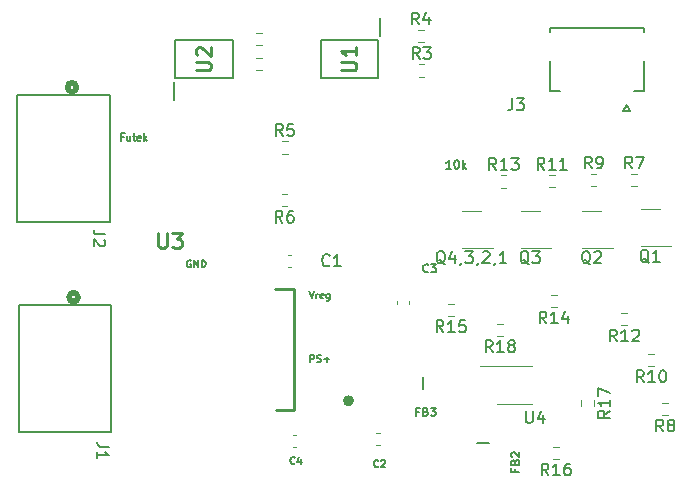
<source format=gto>
%TF.GenerationSoftware,KiCad,Pcbnew,7.0.10*%
%TF.CreationDate,2024-04-30T20:07:41-04:00*%
%TF.ProjectId,FutekCircuit,46757465-6b43-4697-9263-7569742e6b69,rev?*%
%TF.SameCoordinates,Original*%
%TF.FileFunction,Legend,Top*%
%TF.FilePolarity,Positive*%
%FSLAX46Y46*%
G04 Gerber Fmt 4.6, Leading zero omitted, Abs format (unit mm)*
G04 Created by KiCad (PCBNEW 7.0.10) date 2024-04-30 20:07:41*
%MOMM*%
%LPD*%
G01*
G04 APERTURE LIST*
%ADD10C,0.140000*%
%ADD11C,0.127000*%
%ADD12C,0.150000*%
%ADD13C,0.254000*%
%ADD14C,0.120000*%
%ADD15C,0.500000*%
%ADD16C,0.152400*%
%ADD17C,0.508000*%
%ADD18C,0.200000*%
G04 APERTURE END LIST*
D10*
X197661171Y-96919186D02*
X197627838Y-96952520D01*
X197627838Y-96952520D02*
X197527838Y-96985853D01*
X197527838Y-96985853D02*
X197461171Y-96985853D01*
X197461171Y-96985853D02*
X197361171Y-96952520D01*
X197361171Y-96952520D02*
X197294505Y-96885853D01*
X197294505Y-96885853D02*
X197261171Y-96819186D01*
X197261171Y-96819186D02*
X197227838Y-96685853D01*
X197227838Y-96685853D02*
X197227838Y-96585853D01*
X197227838Y-96585853D02*
X197261171Y-96452520D01*
X197261171Y-96452520D02*
X197294505Y-96385853D01*
X197294505Y-96385853D02*
X197361171Y-96319186D01*
X197361171Y-96319186D02*
X197461171Y-96285853D01*
X197461171Y-96285853D02*
X197527838Y-96285853D01*
X197527838Y-96285853D02*
X197627838Y-96319186D01*
X197627838Y-96319186D02*
X197661171Y-96352520D01*
X197894505Y-96285853D02*
X198327838Y-96285853D01*
X198327838Y-96285853D02*
X198094505Y-96552520D01*
X198094505Y-96552520D02*
X198194505Y-96552520D01*
X198194505Y-96552520D02*
X198261171Y-96585853D01*
X198261171Y-96585853D02*
X198294505Y-96619186D01*
X198294505Y-96619186D02*
X198327838Y-96685853D01*
X198327838Y-96685853D02*
X198327838Y-96852520D01*
X198327838Y-96852520D02*
X198294505Y-96919186D01*
X198294505Y-96919186D02*
X198261171Y-96952520D01*
X198261171Y-96952520D02*
X198194505Y-96985853D01*
X198194505Y-96985853D02*
X197994505Y-96985853D01*
X197994505Y-96985853D02*
X197927838Y-96952520D01*
X197927838Y-96952520D02*
X197894505Y-96919186D01*
D11*
X187592694Y-98583167D02*
X187792694Y-99183167D01*
X187792694Y-99183167D02*
X187992694Y-98583167D01*
X188192695Y-99183167D02*
X188192695Y-98783167D01*
X188192695Y-98897453D02*
X188221266Y-98840310D01*
X188221266Y-98840310D02*
X188249838Y-98811738D01*
X188249838Y-98811738D02*
X188306980Y-98783167D01*
X188306980Y-98783167D02*
X188364123Y-98783167D01*
X188792695Y-99154596D02*
X188735552Y-99183167D01*
X188735552Y-99183167D02*
X188621267Y-99183167D01*
X188621267Y-99183167D02*
X188564124Y-99154596D01*
X188564124Y-99154596D02*
X188535552Y-99097453D01*
X188535552Y-99097453D02*
X188535552Y-98868881D01*
X188535552Y-98868881D02*
X188564124Y-98811738D01*
X188564124Y-98811738D02*
X188621267Y-98783167D01*
X188621267Y-98783167D02*
X188735552Y-98783167D01*
X188735552Y-98783167D02*
X188792695Y-98811738D01*
X188792695Y-98811738D02*
X188821267Y-98868881D01*
X188821267Y-98868881D02*
X188821267Y-98926024D01*
X188821267Y-98926024D02*
X188535552Y-98983167D01*
X189335553Y-98783167D02*
X189335553Y-99268881D01*
X189335553Y-99268881D02*
X189306981Y-99326024D01*
X189306981Y-99326024D02*
X189278410Y-99354596D01*
X189278410Y-99354596D02*
X189221267Y-99383167D01*
X189221267Y-99383167D02*
X189135553Y-99383167D01*
X189135553Y-99383167D02*
X189078410Y-99354596D01*
X189335553Y-99154596D02*
X189278410Y-99183167D01*
X189278410Y-99183167D02*
X189164124Y-99183167D01*
X189164124Y-99183167D02*
X189106981Y-99154596D01*
X189106981Y-99154596D02*
X189078410Y-99126024D01*
X189078410Y-99126024D02*
X189049838Y-99068881D01*
X189049838Y-99068881D02*
X189049838Y-98897453D01*
X189049838Y-98897453D02*
X189078410Y-98840310D01*
X189078410Y-98840310D02*
X189106981Y-98811738D01*
X189106981Y-98811738D02*
X189164124Y-98783167D01*
X189164124Y-98783167D02*
X189278410Y-98783167D01*
X189278410Y-98783167D02*
X189335553Y-98811738D01*
D10*
X199609038Y-88197453D02*
X199209038Y-88197453D01*
X199409038Y-88197453D02*
X199409038Y-87497453D01*
X199409038Y-87497453D02*
X199342371Y-87597453D01*
X199342371Y-87597453D02*
X199275705Y-87664120D01*
X199275705Y-87664120D02*
X199209038Y-87697453D01*
X200042372Y-87497453D02*
X200109038Y-87497453D01*
X200109038Y-87497453D02*
X200175705Y-87530786D01*
X200175705Y-87530786D02*
X200209038Y-87564120D01*
X200209038Y-87564120D02*
X200242372Y-87630786D01*
X200242372Y-87630786D02*
X200275705Y-87764120D01*
X200275705Y-87764120D02*
X200275705Y-87930786D01*
X200275705Y-87930786D02*
X200242372Y-88064120D01*
X200242372Y-88064120D02*
X200209038Y-88130786D01*
X200209038Y-88130786D02*
X200175705Y-88164120D01*
X200175705Y-88164120D02*
X200109038Y-88197453D01*
X200109038Y-88197453D02*
X200042372Y-88197453D01*
X200042372Y-88197453D02*
X199975705Y-88164120D01*
X199975705Y-88164120D02*
X199942372Y-88130786D01*
X199942372Y-88130786D02*
X199909038Y-88064120D01*
X199909038Y-88064120D02*
X199875705Y-87930786D01*
X199875705Y-87930786D02*
X199875705Y-87764120D01*
X199875705Y-87764120D02*
X199909038Y-87630786D01*
X199909038Y-87630786D02*
X199942372Y-87564120D01*
X199942372Y-87564120D02*
X199975705Y-87530786D01*
X199975705Y-87530786D02*
X200042372Y-87497453D01*
X200575705Y-88197453D02*
X200575705Y-87497453D01*
X200642372Y-87930786D02*
X200842372Y-88197453D01*
X200842372Y-87730786D02*
X200575705Y-87997453D01*
D11*
X186370266Y-113146824D02*
X186341694Y-113175396D01*
X186341694Y-113175396D02*
X186255980Y-113203967D01*
X186255980Y-113203967D02*
X186198837Y-113203967D01*
X186198837Y-113203967D02*
X186113123Y-113175396D01*
X186113123Y-113175396D02*
X186055980Y-113118253D01*
X186055980Y-113118253D02*
X186027409Y-113061110D01*
X186027409Y-113061110D02*
X185998837Y-112946824D01*
X185998837Y-112946824D02*
X185998837Y-112861110D01*
X185998837Y-112861110D02*
X186027409Y-112746824D01*
X186027409Y-112746824D02*
X186055980Y-112689681D01*
X186055980Y-112689681D02*
X186113123Y-112632538D01*
X186113123Y-112632538D02*
X186198837Y-112603967D01*
X186198837Y-112603967D02*
X186255980Y-112603967D01*
X186255980Y-112603967D02*
X186341694Y-112632538D01*
X186341694Y-112632538D02*
X186370266Y-112661110D01*
X186884552Y-112803967D02*
X186884552Y-113203967D01*
X186741694Y-112575396D02*
X186598837Y-113003967D01*
X186598837Y-113003967D02*
X186970266Y-113003967D01*
X193456866Y-113400824D02*
X193428294Y-113429396D01*
X193428294Y-113429396D02*
X193342580Y-113457967D01*
X193342580Y-113457967D02*
X193285437Y-113457967D01*
X193285437Y-113457967D02*
X193199723Y-113429396D01*
X193199723Y-113429396D02*
X193142580Y-113372253D01*
X193142580Y-113372253D02*
X193114009Y-113315110D01*
X193114009Y-113315110D02*
X193085437Y-113200824D01*
X193085437Y-113200824D02*
X193085437Y-113115110D01*
X193085437Y-113115110D02*
X193114009Y-113000824D01*
X193114009Y-113000824D02*
X193142580Y-112943681D01*
X193142580Y-112943681D02*
X193199723Y-112886538D01*
X193199723Y-112886538D02*
X193285437Y-112857967D01*
X193285437Y-112857967D02*
X193342580Y-112857967D01*
X193342580Y-112857967D02*
X193428294Y-112886538D01*
X193428294Y-112886538D02*
X193456866Y-112915110D01*
X193685437Y-112915110D02*
X193714009Y-112886538D01*
X193714009Y-112886538D02*
X193771152Y-112857967D01*
X193771152Y-112857967D02*
X193914009Y-112857967D01*
X193914009Y-112857967D02*
X193971152Y-112886538D01*
X193971152Y-112886538D02*
X193999723Y-112915110D01*
X193999723Y-112915110D02*
X194028294Y-112972253D01*
X194028294Y-112972253D02*
X194028294Y-113029396D01*
X194028294Y-113029396D02*
X193999723Y-113115110D01*
X193999723Y-113115110D02*
X193656866Y-113457967D01*
X193656866Y-113457967D02*
X194028294Y-113457967D01*
X177578694Y-95995538D02*
X177521552Y-95966967D01*
X177521552Y-95966967D02*
X177435837Y-95966967D01*
X177435837Y-95966967D02*
X177350123Y-95995538D01*
X177350123Y-95995538D02*
X177292980Y-96052681D01*
X177292980Y-96052681D02*
X177264409Y-96109824D01*
X177264409Y-96109824D02*
X177235837Y-96224110D01*
X177235837Y-96224110D02*
X177235837Y-96309824D01*
X177235837Y-96309824D02*
X177264409Y-96424110D01*
X177264409Y-96424110D02*
X177292980Y-96481253D01*
X177292980Y-96481253D02*
X177350123Y-96538396D01*
X177350123Y-96538396D02*
X177435837Y-96566967D01*
X177435837Y-96566967D02*
X177492980Y-96566967D01*
X177492980Y-96566967D02*
X177578694Y-96538396D01*
X177578694Y-96538396D02*
X177607266Y-96509824D01*
X177607266Y-96509824D02*
X177607266Y-96309824D01*
X177607266Y-96309824D02*
X177492980Y-96309824D01*
X177864409Y-96566967D02*
X177864409Y-95966967D01*
X177864409Y-95966967D02*
X178207266Y-96566967D01*
X178207266Y-96566967D02*
X178207266Y-95966967D01*
X178492980Y-96566967D02*
X178492980Y-95966967D01*
X178492980Y-95966967D02*
X178635837Y-95966967D01*
X178635837Y-95966967D02*
X178721551Y-95995538D01*
X178721551Y-95995538D02*
X178778694Y-96052681D01*
X178778694Y-96052681D02*
X178807265Y-96109824D01*
X178807265Y-96109824D02*
X178835837Y-96224110D01*
X178835837Y-96224110D02*
X178835837Y-96309824D01*
X178835837Y-96309824D02*
X178807265Y-96424110D01*
X178807265Y-96424110D02*
X178778694Y-96481253D01*
X178778694Y-96481253D02*
X178721551Y-96538396D01*
X178721551Y-96538396D02*
X178635837Y-96566967D01*
X178635837Y-96566967D02*
X178492980Y-96566967D01*
X171876409Y-85508481D02*
X171676409Y-85508481D01*
X171676409Y-85822767D02*
X171676409Y-85222767D01*
X171676409Y-85222767D02*
X171962123Y-85222767D01*
X172447838Y-85422767D02*
X172447838Y-85822767D01*
X172190695Y-85422767D02*
X172190695Y-85737053D01*
X172190695Y-85737053D02*
X172219266Y-85794196D01*
X172219266Y-85794196D02*
X172276409Y-85822767D01*
X172276409Y-85822767D02*
X172362123Y-85822767D01*
X172362123Y-85822767D02*
X172419266Y-85794196D01*
X172419266Y-85794196D02*
X172447838Y-85765624D01*
X172647837Y-85422767D02*
X172876409Y-85422767D01*
X172733552Y-85222767D02*
X172733552Y-85737053D01*
X172733552Y-85737053D02*
X172762123Y-85794196D01*
X172762123Y-85794196D02*
X172819266Y-85822767D01*
X172819266Y-85822767D02*
X172876409Y-85822767D01*
X173304980Y-85794196D02*
X173247837Y-85822767D01*
X173247837Y-85822767D02*
X173133552Y-85822767D01*
X173133552Y-85822767D02*
X173076409Y-85794196D01*
X173076409Y-85794196D02*
X173047837Y-85737053D01*
X173047837Y-85737053D02*
X173047837Y-85508481D01*
X173047837Y-85508481D02*
X173076409Y-85451338D01*
X173076409Y-85451338D02*
X173133552Y-85422767D01*
X173133552Y-85422767D02*
X173247837Y-85422767D01*
X173247837Y-85422767D02*
X173304980Y-85451338D01*
X173304980Y-85451338D02*
X173333552Y-85508481D01*
X173333552Y-85508481D02*
X173333552Y-85565624D01*
X173333552Y-85565624D02*
X173047837Y-85622767D01*
X173590695Y-85822767D02*
X173590695Y-85222767D01*
X173647838Y-85594196D02*
X173819266Y-85822767D01*
X173819266Y-85422767D02*
X173590695Y-85651338D01*
X187678409Y-104567967D02*
X187678409Y-103967967D01*
X187678409Y-103967967D02*
X187906980Y-103967967D01*
X187906980Y-103967967D02*
X187964123Y-103996538D01*
X187964123Y-103996538D02*
X187992694Y-104025110D01*
X187992694Y-104025110D02*
X188021266Y-104082253D01*
X188021266Y-104082253D02*
X188021266Y-104167967D01*
X188021266Y-104167967D02*
X187992694Y-104225110D01*
X187992694Y-104225110D02*
X187964123Y-104253681D01*
X187964123Y-104253681D02*
X187906980Y-104282253D01*
X187906980Y-104282253D02*
X187678409Y-104282253D01*
X188249837Y-104539396D02*
X188335552Y-104567967D01*
X188335552Y-104567967D02*
X188478409Y-104567967D01*
X188478409Y-104567967D02*
X188535552Y-104539396D01*
X188535552Y-104539396D02*
X188564123Y-104510824D01*
X188564123Y-104510824D02*
X188592694Y-104453681D01*
X188592694Y-104453681D02*
X188592694Y-104396538D01*
X188592694Y-104396538D02*
X188564123Y-104339396D01*
X188564123Y-104339396D02*
X188535552Y-104310824D01*
X188535552Y-104310824D02*
X188478409Y-104282253D01*
X188478409Y-104282253D02*
X188364123Y-104253681D01*
X188364123Y-104253681D02*
X188306980Y-104225110D01*
X188306980Y-104225110D02*
X188278409Y-104196538D01*
X188278409Y-104196538D02*
X188249837Y-104139396D01*
X188249837Y-104139396D02*
X188249837Y-104082253D01*
X188249837Y-104082253D02*
X188278409Y-104025110D01*
X188278409Y-104025110D02*
X188306980Y-103996538D01*
X188306980Y-103996538D02*
X188364123Y-103967967D01*
X188364123Y-103967967D02*
X188506980Y-103967967D01*
X188506980Y-103967967D02*
X188592694Y-103996538D01*
X188849838Y-104339396D02*
X189306981Y-104339396D01*
X189078409Y-104567967D02*
X189078409Y-104110824D01*
D12*
X211511333Y-88178819D02*
X211178000Y-87702628D01*
X210939905Y-88178819D02*
X210939905Y-87178819D01*
X210939905Y-87178819D02*
X211320857Y-87178819D01*
X211320857Y-87178819D02*
X211416095Y-87226438D01*
X211416095Y-87226438D02*
X211463714Y-87274057D01*
X211463714Y-87274057D02*
X211511333Y-87369295D01*
X211511333Y-87369295D02*
X211511333Y-87512152D01*
X211511333Y-87512152D02*
X211463714Y-87607390D01*
X211463714Y-87607390D02*
X211416095Y-87655009D01*
X211416095Y-87655009D02*
X211320857Y-87702628D01*
X211320857Y-87702628D02*
X210939905Y-87702628D01*
X211987524Y-88178819D02*
X212178000Y-88178819D01*
X212178000Y-88178819D02*
X212273238Y-88131200D01*
X212273238Y-88131200D02*
X212320857Y-88083580D01*
X212320857Y-88083580D02*
X212416095Y-87940723D01*
X212416095Y-87940723D02*
X212463714Y-87750247D01*
X212463714Y-87750247D02*
X212463714Y-87369295D01*
X212463714Y-87369295D02*
X212416095Y-87274057D01*
X212416095Y-87274057D02*
X212368476Y-87226438D01*
X212368476Y-87226438D02*
X212273238Y-87178819D01*
X212273238Y-87178819D02*
X212082762Y-87178819D01*
X212082762Y-87178819D02*
X211987524Y-87226438D01*
X211987524Y-87226438D02*
X211939905Y-87274057D01*
X211939905Y-87274057D02*
X211892286Y-87369295D01*
X211892286Y-87369295D02*
X211892286Y-87607390D01*
X211892286Y-87607390D02*
X211939905Y-87702628D01*
X211939905Y-87702628D02*
X211987524Y-87750247D01*
X211987524Y-87750247D02*
X212082762Y-87797866D01*
X212082762Y-87797866D02*
X212273238Y-87797866D01*
X212273238Y-87797866D02*
X212368476Y-87750247D01*
X212368476Y-87750247D02*
X212416095Y-87702628D01*
X212416095Y-87702628D02*
X212463714Y-87607390D01*
X196937333Y-78907819D02*
X196604000Y-78431628D01*
X196365905Y-78907819D02*
X196365905Y-77907819D01*
X196365905Y-77907819D02*
X196746857Y-77907819D01*
X196746857Y-77907819D02*
X196842095Y-77955438D01*
X196842095Y-77955438D02*
X196889714Y-78003057D01*
X196889714Y-78003057D02*
X196937333Y-78098295D01*
X196937333Y-78098295D02*
X196937333Y-78241152D01*
X196937333Y-78241152D02*
X196889714Y-78336390D01*
X196889714Y-78336390D02*
X196842095Y-78384009D01*
X196842095Y-78384009D02*
X196746857Y-78431628D01*
X196746857Y-78431628D02*
X196365905Y-78431628D01*
X197270667Y-77907819D02*
X197889714Y-77907819D01*
X197889714Y-77907819D02*
X197556381Y-78288771D01*
X197556381Y-78288771D02*
X197699238Y-78288771D01*
X197699238Y-78288771D02*
X197794476Y-78336390D01*
X197794476Y-78336390D02*
X197842095Y-78384009D01*
X197842095Y-78384009D02*
X197889714Y-78479247D01*
X197889714Y-78479247D02*
X197889714Y-78717342D01*
X197889714Y-78717342D02*
X197842095Y-78812580D01*
X197842095Y-78812580D02*
X197794476Y-78860200D01*
X197794476Y-78860200D02*
X197699238Y-78907819D01*
X197699238Y-78907819D02*
X197413524Y-78907819D01*
X197413524Y-78907819D02*
X197318286Y-78860200D01*
X197318286Y-78860200D02*
X197270667Y-78812580D01*
X205943295Y-108725619D02*
X205943295Y-109535142D01*
X205943295Y-109535142D02*
X205990914Y-109630380D01*
X205990914Y-109630380D02*
X206038533Y-109678000D01*
X206038533Y-109678000D02*
X206133771Y-109725619D01*
X206133771Y-109725619D02*
X206324247Y-109725619D01*
X206324247Y-109725619D02*
X206419485Y-109678000D01*
X206419485Y-109678000D02*
X206467104Y-109630380D01*
X206467104Y-109630380D02*
X206514723Y-109535142D01*
X206514723Y-109535142D02*
X206514723Y-108725619D01*
X207419485Y-109058952D02*
X207419485Y-109725619D01*
X207181390Y-108678000D02*
X206943295Y-109392285D01*
X206943295Y-109392285D02*
X207562342Y-109392285D01*
X185329533Y-92766019D02*
X184996200Y-92289828D01*
X184758105Y-92766019D02*
X184758105Y-91766019D01*
X184758105Y-91766019D02*
X185139057Y-91766019D01*
X185139057Y-91766019D02*
X185234295Y-91813638D01*
X185234295Y-91813638D02*
X185281914Y-91861257D01*
X185281914Y-91861257D02*
X185329533Y-91956495D01*
X185329533Y-91956495D02*
X185329533Y-92099352D01*
X185329533Y-92099352D02*
X185281914Y-92194590D01*
X185281914Y-92194590D02*
X185234295Y-92242209D01*
X185234295Y-92242209D02*
X185139057Y-92289828D01*
X185139057Y-92289828D02*
X184758105Y-92289828D01*
X186186676Y-91766019D02*
X185996200Y-91766019D01*
X185996200Y-91766019D02*
X185900962Y-91813638D01*
X185900962Y-91813638D02*
X185853343Y-91861257D01*
X185853343Y-91861257D02*
X185758105Y-92004114D01*
X185758105Y-92004114D02*
X185710486Y-92194590D01*
X185710486Y-92194590D02*
X185710486Y-92575542D01*
X185710486Y-92575542D02*
X185758105Y-92670780D01*
X185758105Y-92670780D02*
X185805724Y-92718400D01*
X185805724Y-92718400D02*
X185900962Y-92766019D01*
X185900962Y-92766019D02*
X186091438Y-92766019D01*
X186091438Y-92766019D02*
X186186676Y-92718400D01*
X186186676Y-92718400D02*
X186234295Y-92670780D01*
X186234295Y-92670780D02*
X186281914Y-92575542D01*
X186281914Y-92575542D02*
X186281914Y-92337447D01*
X186281914Y-92337447D02*
X186234295Y-92242209D01*
X186234295Y-92242209D02*
X186186676Y-92194590D01*
X186186676Y-92194590D02*
X186091438Y-92146971D01*
X186091438Y-92146971D02*
X185900962Y-92146971D01*
X185900962Y-92146971D02*
X185805724Y-92194590D01*
X185805724Y-92194590D02*
X185758105Y-92242209D01*
X185758105Y-92242209D02*
X185710486Y-92337447D01*
D13*
X174805380Y-93645318D02*
X174805380Y-94673413D01*
X174805380Y-94673413D02*
X174865857Y-94794365D01*
X174865857Y-94794365D02*
X174926333Y-94854842D01*
X174926333Y-94854842D02*
X175047285Y-94915318D01*
X175047285Y-94915318D02*
X175289190Y-94915318D01*
X175289190Y-94915318D02*
X175410142Y-94854842D01*
X175410142Y-94854842D02*
X175470619Y-94794365D01*
X175470619Y-94794365D02*
X175531095Y-94673413D01*
X175531095Y-94673413D02*
X175531095Y-93645318D01*
X176014904Y-93645318D02*
X176801095Y-93645318D01*
X176801095Y-93645318D02*
X176377761Y-94129127D01*
X176377761Y-94129127D02*
X176559190Y-94129127D01*
X176559190Y-94129127D02*
X176680142Y-94189603D01*
X176680142Y-94189603D02*
X176740618Y-94250080D01*
X176740618Y-94250080D02*
X176801095Y-94371032D01*
X176801095Y-94371032D02*
X176801095Y-94673413D01*
X176801095Y-94673413D02*
X176740618Y-94794365D01*
X176740618Y-94794365D02*
X176680142Y-94854842D01*
X176680142Y-94854842D02*
X176559190Y-94915318D01*
X176559190Y-94915318D02*
X176196333Y-94915318D01*
X176196333Y-94915318D02*
X176075380Y-94854842D01*
X176075380Y-94854842D02*
X176014904Y-94794365D01*
D12*
X170623580Y-111731466D02*
X169909295Y-111731466D01*
X169909295Y-111731466D02*
X169766438Y-111683847D01*
X169766438Y-111683847D02*
X169671200Y-111588609D01*
X169671200Y-111588609D02*
X169623580Y-111445752D01*
X169623580Y-111445752D02*
X169623580Y-111350514D01*
X169623580Y-112731466D02*
X169623580Y-112160038D01*
X169623580Y-112445752D02*
X170623580Y-112445752D01*
X170623580Y-112445752D02*
X170480723Y-112350514D01*
X170480723Y-112350514D02*
X170385485Y-112255276D01*
X170385485Y-112255276D02*
X170337866Y-112160038D01*
D13*
X177993318Y-79879619D02*
X179021413Y-79879619D01*
X179021413Y-79879619D02*
X179142365Y-79819142D01*
X179142365Y-79819142D02*
X179202842Y-79758666D01*
X179202842Y-79758666D02*
X179263318Y-79637714D01*
X179263318Y-79637714D02*
X179263318Y-79395809D01*
X179263318Y-79395809D02*
X179202842Y-79274857D01*
X179202842Y-79274857D02*
X179142365Y-79214380D01*
X179142365Y-79214380D02*
X179021413Y-79153904D01*
X179021413Y-79153904D02*
X177993318Y-79153904D01*
X178114270Y-78609619D02*
X178053794Y-78549143D01*
X178053794Y-78549143D02*
X177993318Y-78428190D01*
X177993318Y-78428190D02*
X177993318Y-78125809D01*
X177993318Y-78125809D02*
X178053794Y-78004857D01*
X178053794Y-78004857D02*
X178114270Y-77944381D01*
X178114270Y-77944381D02*
X178235222Y-77883904D01*
X178235222Y-77883904D02*
X178356175Y-77883904D01*
X178356175Y-77883904D02*
X178537603Y-77944381D01*
X178537603Y-77944381D02*
X179263318Y-78670095D01*
X179263318Y-78670095D02*
X179263318Y-77883904D01*
D12*
X214940333Y-88178819D02*
X214607000Y-87702628D01*
X214368905Y-88178819D02*
X214368905Y-87178819D01*
X214368905Y-87178819D02*
X214749857Y-87178819D01*
X214749857Y-87178819D02*
X214845095Y-87226438D01*
X214845095Y-87226438D02*
X214892714Y-87274057D01*
X214892714Y-87274057D02*
X214940333Y-87369295D01*
X214940333Y-87369295D02*
X214940333Y-87512152D01*
X214940333Y-87512152D02*
X214892714Y-87607390D01*
X214892714Y-87607390D02*
X214845095Y-87655009D01*
X214845095Y-87655009D02*
X214749857Y-87702628D01*
X214749857Y-87702628D02*
X214368905Y-87702628D01*
X215273667Y-87178819D02*
X215940333Y-87178819D01*
X215940333Y-87178819D02*
X215511762Y-88178819D01*
X198950342Y-102037019D02*
X198617009Y-101560828D01*
X198378914Y-102037019D02*
X198378914Y-101037019D01*
X198378914Y-101037019D02*
X198759866Y-101037019D01*
X198759866Y-101037019D02*
X198855104Y-101084638D01*
X198855104Y-101084638D02*
X198902723Y-101132257D01*
X198902723Y-101132257D02*
X198950342Y-101227495D01*
X198950342Y-101227495D02*
X198950342Y-101370352D01*
X198950342Y-101370352D02*
X198902723Y-101465590D01*
X198902723Y-101465590D02*
X198855104Y-101513209D01*
X198855104Y-101513209D02*
X198759866Y-101560828D01*
X198759866Y-101560828D02*
X198378914Y-101560828D01*
X199902723Y-102037019D02*
X199331295Y-102037019D01*
X199617009Y-102037019D02*
X199617009Y-101037019D01*
X199617009Y-101037019D02*
X199521771Y-101179876D01*
X199521771Y-101179876D02*
X199426533Y-101275114D01*
X199426533Y-101275114D02*
X199331295Y-101322733D01*
X200807485Y-101037019D02*
X200331295Y-101037019D01*
X200331295Y-101037019D02*
X200283676Y-101513209D01*
X200283676Y-101513209D02*
X200331295Y-101465590D01*
X200331295Y-101465590D02*
X200426533Y-101417971D01*
X200426533Y-101417971D02*
X200664628Y-101417971D01*
X200664628Y-101417971D02*
X200759866Y-101465590D01*
X200759866Y-101465590D02*
X200807485Y-101513209D01*
X200807485Y-101513209D02*
X200855104Y-101608447D01*
X200855104Y-101608447D02*
X200855104Y-101846542D01*
X200855104Y-101846542D02*
X200807485Y-101941780D01*
X200807485Y-101941780D02*
X200759866Y-101989400D01*
X200759866Y-101989400D02*
X200664628Y-102037019D01*
X200664628Y-102037019D02*
X200426533Y-102037019D01*
X200426533Y-102037019D02*
X200331295Y-101989400D01*
X200331295Y-101989400D02*
X200283676Y-101941780D01*
X170344180Y-93773666D02*
X169629895Y-93773666D01*
X169629895Y-93773666D02*
X169487038Y-93726047D01*
X169487038Y-93726047D02*
X169391800Y-93630809D01*
X169391800Y-93630809D02*
X169344180Y-93487952D01*
X169344180Y-93487952D02*
X169344180Y-93392714D01*
X170248942Y-94202238D02*
X170296561Y-94249857D01*
X170296561Y-94249857D02*
X170344180Y-94345095D01*
X170344180Y-94345095D02*
X170344180Y-94583190D01*
X170344180Y-94583190D02*
X170296561Y-94678428D01*
X170296561Y-94678428D02*
X170248942Y-94726047D01*
X170248942Y-94726047D02*
X170153704Y-94773666D01*
X170153704Y-94773666D02*
X170058466Y-94773666D01*
X170058466Y-94773666D02*
X169915609Y-94726047D01*
X169915609Y-94726047D02*
X169344180Y-94154619D01*
X169344180Y-94154619D02*
X169344180Y-94773666D01*
X207497942Y-88280419D02*
X207164609Y-87804228D01*
X206926514Y-88280419D02*
X206926514Y-87280419D01*
X206926514Y-87280419D02*
X207307466Y-87280419D01*
X207307466Y-87280419D02*
X207402704Y-87328038D01*
X207402704Y-87328038D02*
X207450323Y-87375657D01*
X207450323Y-87375657D02*
X207497942Y-87470895D01*
X207497942Y-87470895D02*
X207497942Y-87613752D01*
X207497942Y-87613752D02*
X207450323Y-87708990D01*
X207450323Y-87708990D02*
X207402704Y-87756609D01*
X207402704Y-87756609D02*
X207307466Y-87804228D01*
X207307466Y-87804228D02*
X206926514Y-87804228D01*
X208450323Y-88280419D02*
X207878895Y-88280419D01*
X208164609Y-88280419D02*
X208164609Y-87280419D01*
X208164609Y-87280419D02*
X208069371Y-87423276D01*
X208069371Y-87423276D02*
X207974133Y-87518514D01*
X207974133Y-87518514D02*
X207878895Y-87566133D01*
X209402704Y-88280419D02*
X208831276Y-88280419D01*
X209116990Y-88280419D02*
X209116990Y-87280419D01*
X209116990Y-87280419D02*
X209021752Y-87423276D01*
X209021752Y-87423276D02*
X208926514Y-87518514D01*
X208926514Y-87518514D02*
X208831276Y-87566133D01*
X204771666Y-82258819D02*
X204771666Y-82973104D01*
X204771666Y-82973104D02*
X204724047Y-83115961D01*
X204724047Y-83115961D02*
X204628809Y-83211200D01*
X204628809Y-83211200D02*
X204485952Y-83258819D01*
X204485952Y-83258819D02*
X204390714Y-83258819D01*
X205152619Y-82258819D02*
X205771666Y-82258819D01*
X205771666Y-82258819D02*
X205438333Y-82639771D01*
X205438333Y-82639771D02*
X205581190Y-82639771D01*
X205581190Y-82639771D02*
X205676428Y-82687390D01*
X205676428Y-82687390D02*
X205724047Y-82735009D01*
X205724047Y-82735009D02*
X205771666Y-82830247D01*
X205771666Y-82830247D02*
X205771666Y-83068342D01*
X205771666Y-83068342D02*
X205724047Y-83163580D01*
X205724047Y-83163580D02*
X205676428Y-83211200D01*
X205676428Y-83211200D02*
X205581190Y-83258819D01*
X205581190Y-83258819D02*
X205295476Y-83258819D01*
X205295476Y-83258819D02*
X205200238Y-83211200D01*
X205200238Y-83211200D02*
X205152619Y-83163580D01*
X185354933Y-85435619D02*
X185021600Y-84959428D01*
X184783505Y-85435619D02*
X184783505Y-84435619D01*
X184783505Y-84435619D02*
X185164457Y-84435619D01*
X185164457Y-84435619D02*
X185259695Y-84483238D01*
X185259695Y-84483238D02*
X185307314Y-84530857D01*
X185307314Y-84530857D02*
X185354933Y-84626095D01*
X185354933Y-84626095D02*
X185354933Y-84768952D01*
X185354933Y-84768952D02*
X185307314Y-84864190D01*
X185307314Y-84864190D02*
X185259695Y-84911809D01*
X185259695Y-84911809D02*
X185164457Y-84959428D01*
X185164457Y-84959428D02*
X184783505Y-84959428D01*
X186259695Y-84435619D02*
X185783505Y-84435619D01*
X185783505Y-84435619D02*
X185735886Y-84911809D01*
X185735886Y-84911809D02*
X185783505Y-84864190D01*
X185783505Y-84864190D02*
X185878743Y-84816571D01*
X185878743Y-84816571D02*
X186116838Y-84816571D01*
X186116838Y-84816571D02*
X186212076Y-84864190D01*
X186212076Y-84864190D02*
X186259695Y-84911809D01*
X186259695Y-84911809D02*
X186307314Y-85007047D01*
X186307314Y-85007047D02*
X186307314Y-85245142D01*
X186307314Y-85245142D02*
X186259695Y-85340380D01*
X186259695Y-85340380D02*
X186212076Y-85388000D01*
X186212076Y-85388000D02*
X186116838Y-85435619D01*
X186116838Y-85435619D02*
X185878743Y-85435619D01*
X185878743Y-85435619D02*
X185783505Y-85388000D01*
X185783505Y-85388000D02*
X185735886Y-85340380D01*
X213035019Y-108706657D02*
X212558828Y-109039990D01*
X213035019Y-109278085D02*
X212035019Y-109278085D01*
X212035019Y-109278085D02*
X212035019Y-108897133D01*
X212035019Y-108897133D02*
X212082638Y-108801895D01*
X212082638Y-108801895D02*
X212130257Y-108754276D01*
X212130257Y-108754276D02*
X212225495Y-108706657D01*
X212225495Y-108706657D02*
X212368352Y-108706657D01*
X212368352Y-108706657D02*
X212463590Y-108754276D01*
X212463590Y-108754276D02*
X212511209Y-108801895D01*
X212511209Y-108801895D02*
X212558828Y-108897133D01*
X212558828Y-108897133D02*
X212558828Y-109278085D01*
X213035019Y-107754276D02*
X213035019Y-108325704D01*
X213035019Y-108039990D02*
X212035019Y-108039990D01*
X212035019Y-108039990D02*
X212177876Y-108135228D01*
X212177876Y-108135228D02*
X212273114Y-108230466D01*
X212273114Y-108230466D02*
X212320733Y-108325704D01*
X212035019Y-107420942D02*
X212035019Y-106754276D01*
X212035019Y-106754276D02*
X213035019Y-107182847D01*
X207674742Y-101300419D02*
X207341409Y-100824228D01*
X207103314Y-101300419D02*
X207103314Y-100300419D01*
X207103314Y-100300419D02*
X207484266Y-100300419D01*
X207484266Y-100300419D02*
X207579504Y-100348038D01*
X207579504Y-100348038D02*
X207627123Y-100395657D01*
X207627123Y-100395657D02*
X207674742Y-100490895D01*
X207674742Y-100490895D02*
X207674742Y-100633752D01*
X207674742Y-100633752D02*
X207627123Y-100728990D01*
X207627123Y-100728990D02*
X207579504Y-100776609D01*
X207579504Y-100776609D02*
X207484266Y-100824228D01*
X207484266Y-100824228D02*
X207103314Y-100824228D01*
X208627123Y-101300419D02*
X208055695Y-101300419D01*
X208341409Y-101300419D02*
X208341409Y-100300419D01*
X208341409Y-100300419D02*
X208246171Y-100443276D01*
X208246171Y-100443276D02*
X208150933Y-100538514D01*
X208150933Y-100538514D02*
X208055695Y-100586133D01*
X209484266Y-100633752D02*
X209484266Y-101300419D01*
X209246171Y-100252800D02*
X209008076Y-100967085D01*
X209008076Y-100967085D02*
X209627123Y-100967085D01*
X203115942Y-103738819D02*
X202782609Y-103262628D01*
X202544514Y-103738819D02*
X202544514Y-102738819D01*
X202544514Y-102738819D02*
X202925466Y-102738819D01*
X202925466Y-102738819D02*
X203020704Y-102786438D01*
X203020704Y-102786438D02*
X203068323Y-102834057D01*
X203068323Y-102834057D02*
X203115942Y-102929295D01*
X203115942Y-102929295D02*
X203115942Y-103072152D01*
X203115942Y-103072152D02*
X203068323Y-103167390D01*
X203068323Y-103167390D02*
X203020704Y-103215009D01*
X203020704Y-103215009D02*
X202925466Y-103262628D01*
X202925466Y-103262628D02*
X202544514Y-103262628D01*
X204068323Y-103738819D02*
X203496895Y-103738819D01*
X203782609Y-103738819D02*
X203782609Y-102738819D01*
X203782609Y-102738819D02*
X203687371Y-102881676D01*
X203687371Y-102881676D02*
X203592133Y-102976914D01*
X203592133Y-102976914D02*
X203496895Y-103024533D01*
X204639752Y-103167390D02*
X204544514Y-103119771D01*
X204544514Y-103119771D02*
X204496895Y-103072152D01*
X204496895Y-103072152D02*
X204449276Y-102976914D01*
X204449276Y-102976914D02*
X204449276Y-102929295D01*
X204449276Y-102929295D02*
X204496895Y-102834057D01*
X204496895Y-102834057D02*
X204544514Y-102786438D01*
X204544514Y-102786438D02*
X204639752Y-102738819D01*
X204639752Y-102738819D02*
X204830228Y-102738819D01*
X204830228Y-102738819D02*
X204925466Y-102786438D01*
X204925466Y-102786438D02*
X204973085Y-102834057D01*
X204973085Y-102834057D02*
X205020704Y-102929295D01*
X205020704Y-102929295D02*
X205020704Y-102976914D01*
X205020704Y-102976914D02*
X204973085Y-103072152D01*
X204973085Y-103072152D02*
X204925466Y-103119771D01*
X204925466Y-103119771D02*
X204830228Y-103167390D01*
X204830228Y-103167390D02*
X204639752Y-103167390D01*
X204639752Y-103167390D02*
X204544514Y-103215009D01*
X204544514Y-103215009D02*
X204496895Y-103262628D01*
X204496895Y-103262628D02*
X204449276Y-103357866D01*
X204449276Y-103357866D02*
X204449276Y-103548342D01*
X204449276Y-103548342D02*
X204496895Y-103643580D01*
X204496895Y-103643580D02*
X204544514Y-103691200D01*
X204544514Y-103691200D02*
X204639752Y-103738819D01*
X204639752Y-103738819D02*
X204830228Y-103738819D01*
X204830228Y-103738819D02*
X204925466Y-103691200D01*
X204925466Y-103691200D02*
X204973085Y-103643580D01*
X204973085Y-103643580D02*
X205020704Y-103548342D01*
X205020704Y-103548342D02*
X205020704Y-103357866D01*
X205020704Y-103357866D02*
X204973085Y-103262628D01*
X204973085Y-103262628D02*
X204925466Y-103215009D01*
X204925466Y-103215009D02*
X204830228Y-103167390D01*
D10*
X196876267Y-108763486D02*
X196642933Y-108763486D01*
X196642933Y-109130153D02*
X196642933Y-108430153D01*
X196642933Y-108430153D02*
X196976267Y-108430153D01*
X197476267Y-108763486D02*
X197576267Y-108796820D01*
X197576267Y-108796820D02*
X197609600Y-108830153D01*
X197609600Y-108830153D02*
X197642933Y-108896820D01*
X197642933Y-108896820D02*
X197642933Y-108996820D01*
X197642933Y-108996820D02*
X197609600Y-109063486D01*
X197609600Y-109063486D02*
X197576267Y-109096820D01*
X197576267Y-109096820D02*
X197509600Y-109130153D01*
X197509600Y-109130153D02*
X197242933Y-109130153D01*
X197242933Y-109130153D02*
X197242933Y-108430153D01*
X197242933Y-108430153D02*
X197476267Y-108430153D01*
X197476267Y-108430153D02*
X197542933Y-108463486D01*
X197542933Y-108463486D02*
X197576267Y-108496820D01*
X197576267Y-108496820D02*
X197609600Y-108563486D01*
X197609600Y-108563486D02*
X197609600Y-108630153D01*
X197609600Y-108630153D02*
X197576267Y-108696820D01*
X197576267Y-108696820D02*
X197542933Y-108730153D01*
X197542933Y-108730153D02*
X197476267Y-108763486D01*
X197476267Y-108763486D02*
X197242933Y-108763486D01*
X197876267Y-108430153D02*
X198309600Y-108430153D01*
X198309600Y-108430153D02*
X198076267Y-108696820D01*
X198076267Y-108696820D02*
X198176267Y-108696820D01*
X198176267Y-108696820D02*
X198242933Y-108730153D01*
X198242933Y-108730153D02*
X198276267Y-108763486D01*
X198276267Y-108763486D02*
X198309600Y-108830153D01*
X198309600Y-108830153D02*
X198309600Y-108996820D01*
X198309600Y-108996820D02*
X198276267Y-109063486D01*
X198276267Y-109063486D02*
X198242933Y-109096820D01*
X198242933Y-109096820D02*
X198176267Y-109130153D01*
X198176267Y-109130153D02*
X197976267Y-109130153D01*
X197976267Y-109130153D02*
X197909600Y-109096820D01*
X197909600Y-109096820D02*
X197876267Y-109063486D01*
D12*
X207852542Y-114178219D02*
X207519209Y-113702028D01*
X207281114Y-114178219D02*
X207281114Y-113178219D01*
X207281114Y-113178219D02*
X207662066Y-113178219D01*
X207662066Y-113178219D02*
X207757304Y-113225838D01*
X207757304Y-113225838D02*
X207804923Y-113273457D01*
X207804923Y-113273457D02*
X207852542Y-113368695D01*
X207852542Y-113368695D02*
X207852542Y-113511552D01*
X207852542Y-113511552D02*
X207804923Y-113606790D01*
X207804923Y-113606790D02*
X207757304Y-113654409D01*
X207757304Y-113654409D02*
X207662066Y-113702028D01*
X207662066Y-113702028D02*
X207281114Y-113702028D01*
X208804923Y-114178219D02*
X208233495Y-114178219D01*
X208519209Y-114178219D02*
X208519209Y-113178219D01*
X208519209Y-113178219D02*
X208423971Y-113321076D01*
X208423971Y-113321076D02*
X208328733Y-113416314D01*
X208328733Y-113416314D02*
X208233495Y-113463933D01*
X209662066Y-113178219D02*
X209471590Y-113178219D01*
X209471590Y-113178219D02*
X209376352Y-113225838D01*
X209376352Y-113225838D02*
X209328733Y-113273457D01*
X209328733Y-113273457D02*
X209233495Y-113416314D01*
X209233495Y-113416314D02*
X209185876Y-113606790D01*
X209185876Y-113606790D02*
X209185876Y-113987742D01*
X209185876Y-113987742D02*
X209233495Y-114082980D01*
X209233495Y-114082980D02*
X209281114Y-114130600D01*
X209281114Y-114130600D02*
X209376352Y-114178219D01*
X209376352Y-114178219D02*
X209566828Y-114178219D01*
X209566828Y-114178219D02*
X209662066Y-114130600D01*
X209662066Y-114130600D02*
X209709685Y-114082980D01*
X209709685Y-114082980D02*
X209757304Y-113987742D01*
X209757304Y-113987742D02*
X209757304Y-113749647D01*
X209757304Y-113749647D02*
X209709685Y-113654409D01*
X209709685Y-113654409D02*
X209662066Y-113606790D01*
X209662066Y-113606790D02*
X209566828Y-113559171D01*
X209566828Y-113559171D02*
X209376352Y-113559171D01*
X209376352Y-113559171D02*
X209281114Y-113606790D01*
X209281114Y-113606790D02*
X209233495Y-113654409D01*
X209233495Y-113654409D02*
X209185876Y-113749647D01*
X215911942Y-106278819D02*
X215578609Y-105802628D01*
X215340514Y-106278819D02*
X215340514Y-105278819D01*
X215340514Y-105278819D02*
X215721466Y-105278819D01*
X215721466Y-105278819D02*
X215816704Y-105326438D01*
X215816704Y-105326438D02*
X215864323Y-105374057D01*
X215864323Y-105374057D02*
X215911942Y-105469295D01*
X215911942Y-105469295D02*
X215911942Y-105612152D01*
X215911942Y-105612152D02*
X215864323Y-105707390D01*
X215864323Y-105707390D02*
X215816704Y-105755009D01*
X215816704Y-105755009D02*
X215721466Y-105802628D01*
X215721466Y-105802628D02*
X215340514Y-105802628D01*
X216864323Y-106278819D02*
X216292895Y-106278819D01*
X216578609Y-106278819D02*
X216578609Y-105278819D01*
X216578609Y-105278819D02*
X216483371Y-105421676D01*
X216483371Y-105421676D02*
X216388133Y-105516914D01*
X216388133Y-105516914D02*
X216292895Y-105564533D01*
X217483371Y-105278819D02*
X217578609Y-105278819D01*
X217578609Y-105278819D02*
X217673847Y-105326438D01*
X217673847Y-105326438D02*
X217721466Y-105374057D01*
X217721466Y-105374057D02*
X217769085Y-105469295D01*
X217769085Y-105469295D02*
X217816704Y-105659771D01*
X217816704Y-105659771D02*
X217816704Y-105897866D01*
X217816704Y-105897866D02*
X217769085Y-106088342D01*
X217769085Y-106088342D02*
X217721466Y-106183580D01*
X217721466Y-106183580D02*
X217673847Y-106231200D01*
X217673847Y-106231200D02*
X217578609Y-106278819D01*
X217578609Y-106278819D02*
X217483371Y-106278819D01*
X217483371Y-106278819D02*
X217388133Y-106231200D01*
X217388133Y-106231200D02*
X217340514Y-106183580D01*
X217340514Y-106183580D02*
X217292895Y-106088342D01*
X217292895Y-106088342D02*
X217245276Y-105897866D01*
X217245276Y-105897866D02*
X217245276Y-105659771D01*
X217245276Y-105659771D02*
X217292895Y-105469295D01*
X217292895Y-105469295D02*
X217340514Y-105374057D01*
X217340514Y-105374057D02*
X217388133Y-105326438D01*
X217388133Y-105326438D02*
X217483371Y-105278819D01*
X213625942Y-102824419D02*
X213292609Y-102348228D01*
X213054514Y-102824419D02*
X213054514Y-101824419D01*
X213054514Y-101824419D02*
X213435466Y-101824419D01*
X213435466Y-101824419D02*
X213530704Y-101872038D01*
X213530704Y-101872038D02*
X213578323Y-101919657D01*
X213578323Y-101919657D02*
X213625942Y-102014895D01*
X213625942Y-102014895D02*
X213625942Y-102157752D01*
X213625942Y-102157752D02*
X213578323Y-102252990D01*
X213578323Y-102252990D02*
X213530704Y-102300609D01*
X213530704Y-102300609D02*
X213435466Y-102348228D01*
X213435466Y-102348228D02*
X213054514Y-102348228D01*
X214578323Y-102824419D02*
X214006895Y-102824419D01*
X214292609Y-102824419D02*
X214292609Y-101824419D01*
X214292609Y-101824419D02*
X214197371Y-101967276D01*
X214197371Y-101967276D02*
X214102133Y-102062514D01*
X214102133Y-102062514D02*
X214006895Y-102110133D01*
X214959276Y-101919657D02*
X215006895Y-101872038D01*
X215006895Y-101872038D02*
X215102133Y-101824419D01*
X215102133Y-101824419D02*
X215340228Y-101824419D01*
X215340228Y-101824419D02*
X215435466Y-101872038D01*
X215435466Y-101872038D02*
X215483085Y-101919657D01*
X215483085Y-101919657D02*
X215530704Y-102014895D01*
X215530704Y-102014895D02*
X215530704Y-102110133D01*
X215530704Y-102110133D02*
X215483085Y-102252990D01*
X215483085Y-102252990D02*
X214911657Y-102824419D01*
X214911657Y-102824419D02*
X215530704Y-102824419D01*
X217556533Y-110444419D02*
X217223200Y-109968228D01*
X216985105Y-110444419D02*
X216985105Y-109444419D01*
X216985105Y-109444419D02*
X217366057Y-109444419D01*
X217366057Y-109444419D02*
X217461295Y-109492038D01*
X217461295Y-109492038D02*
X217508914Y-109539657D01*
X217508914Y-109539657D02*
X217556533Y-109634895D01*
X217556533Y-109634895D02*
X217556533Y-109777752D01*
X217556533Y-109777752D02*
X217508914Y-109872990D01*
X217508914Y-109872990D02*
X217461295Y-109920609D01*
X217461295Y-109920609D02*
X217366057Y-109968228D01*
X217366057Y-109968228D02*
X216985105Y-109968228D01*
X218127962Y-109872990D02*
X218032724Y-109825371D01*
X218032724Y-109825371D02*
X217985105Y-109777752D01*
X217985105Y-109777752D02*
X217937486Y-109682514D01*
X217937486Y-109682514D02*
X217937486Y-109634895D01*
X217937486Y-109634895D02*
X217985105Y-109539657D01*
X217985105Y-109539657D02*
X218032724Y-109492038D01*
X218032724Y-109492038D02*
X218127962Y-109444419D01*
X218127962Y-109444419D02*
X218318438Y-109444419D01*
X218318438Y-109444419D02*
X218413676Y-109492038D01*
X218413676Y-109492038D02*
X218461295Y-109539657D01*
X218461295Y-109539657D02*
X218508914Y-109634895D01*
X218508914Y-109634895D02*
X218508914Y-109682514D01*
X218508914Y-109682514D02*
X218461295Y-109777752D01*
X218461295Y-109777752D02*
X218413676Y-109825371D01*
X218413676Y-109825371D02*
X218318438Y-109872990D01*
X218318438Y-109872990D02*
X218127962Y-109872990D01*
X218127962Y-109872990D02*
X218032724Y-109920609D01*
X218032724Y-109920609D02*
X217985105Y-109968228D01*
X217985105Y-109968228D02*
X217937486Y-110063466D01*
X217937486Y-110063466D02*
X217937486Y-110253942D01*
X217937486Y-110253942D02*
X217985105Y-110349180D01*
X217985105Y-110349180D02*
X218032724Y-110396800D01*
X218032724Y-110396800D02*
X218127962Y-110444419D01*
X218127962Y-110444419D02*
X218318438Y-110444419D01*
X218318438Y-110444419D02*
X218413676Y-110396800D01*
X218413676Y-110396800D02*
X218461295Y-110349180D01*
X218461295Y-110349180D02*
X218508914Y-110253942D01*
X218508914Y-110253942D02*
X218508914Y-110063466D01*
X218508914Y-110063466D02*
X218461295Y-109968228D01*
X218461295Y-109968228D02*
X218413676Y-109920609D01*
X218413676Y-109920609D02*
X218318438Y-109872990D01*
X189317333Y-96371580D02*
X189269714Y-96419200D01*
X189269714Y-96419200D02*
X189126857Y-96466819D01*
X189126857Y-96466819D02*
X189031619Y-96466819D01*
X189031619Y-96466819D02*
X188888762Y-96419200D01*
X188888762Y-96419200D02*
X188793524Y-96323961D01*
X188793524Y-96323961D02*
X188745905Y-96228723D01*
X188745905Y-96228723D02*
X188698286Y-96038247D01*
X188698286Y-96038247D02*
X188698286Y-95895390D01*
X188698286Y-95895390D02*
X188745905Y-95704914D01*
X188745905Y-95704914D02*
X188793524Y-95609676D01*
X188793524Y-95609676D02*
X188888762Y-95514438D01*
X188888762Y-95514438D02*
X189031619Y-95466819D01*
X189031619Y-95466819D02*
X189126857Y-95466819D01*
X189126857Y-95466819D02*
X189269714Y-95514438D01*
X189269714Y-95514438D02*
X189317333Y-95562057D01*
X190269714Y-96466819D02*
X189698286Y-96466819D01*
X189984000Y-96466819D02*
X189984000Y-95466819D01*
X189984000Y-95466819D02*
X189888762Y-95609676D01*
X189888762Y-95609676D02*
X189793524Y-95704914D01*
X189793524Y-95704914D02*
X189698286Y-95752533D01*
X196873333Y-75986819D02*
X196540000Y-75510628D01*
X196301905Y-75986819D02*
X196301905Y-74986819D01*
X196301905Y-74986819D02*
X196682857Y-74986819D01*
X196682857Y-74986819D02*
X196778095Y-75034438D01*
X196778095Y-75034438D02*
X196825714Y-75082057D01*
X196825714Y-75082057D02*
X196873333Y-75177295D01*
X196873333Y-75177295D02*
X196873333Y-75320152D01*
X196873333Y-75320152D02*
X196825714Y-75415390D01*
X196825714Y-75415390D02*
X196778095Y-75463009D01*
X196778095Y-75463009D02*
X196682857Y-75510628D01*
X196682857Y-75510628D02*
X196301905Y-75510628D01*
X197730476Y-75320152D02*
X197730476Y-75986819D01*
X197492381Y-74939200D02*
X197254286Y-75653485D01*
X197254286Y-75653485D02*
X197873333Y-75653485D01*
X199105405Y-96295057D02*
X199010167Y-96247438D01*
X199010167Y-96247438D02*
X198914929Y-96152200D01*
X198914929Y-96152200D02*
X198772072Y-96009342D01*
X198772072Y-96009342D02*
X198676834Y-95961723D01*
X198676834Y-95961723D02*
X198581596Y-95961723D01*
X198629215Y-96199819D02*
X198533977Y-96152200D01*
X198533977Y-96152200D02*
X198438739Y-96056961D01*
X198438739Y-96056961D02*
X198391120Y-95866485D01*
X198391120Y-95866485D02*
X198391120Y-95533152D01*
X198391120Y-95533152D02*
X198438739Y-95342676D01*
X198438739Y-95342676D02*
X198533977Y-95247438D01*
X198533977Y-95247438D02*
X198629215Y-95199819D01*
X198629215Y-95199819D02*
X198819691Y-95199819D01*
X198819691Y-95199819D02*
X198914929Y-95247438D01*
X198914929Y-95247438D02*
X199010167Y-95342676D01*
X199010167Y-95342676D02*
X199057786Y-95533152D01*
X199057786Y-95533152D02*
X199057786Y-95866485D01*
X199057786Y-95866485D02*
X199010167Y-96056961D01*
X199010167Y-96056961D02*
X198914929Y-96152200D01*
X198914929Y-96152200D02*
X198819691Y-96199819D01*
X198819691Y-96199819D02*
X198629215Y-96199819D01*
X199914929Y-95533152D02*
X199914929Y-96199819D01*
X199676834Y-95152200D02*
X199438739Y-95866485D01*
X199438739Y-95866485D02*
X200057786Y-95866485D01*
X200486358Y-96152200D02*
X200486358Y-96199819D01*
X200486358Y-96199819D02*
X200438739Y-96295057D01*
X200438739Y-96295057D02*
X200391120Y-96342676D01*
X200819691Y-95199819D02*
X201438738Y-95199819D01*
X201438738Y-95199819D02*
X201105405Y-95580771D01*
X201105405Y-95580771D02*
X201248262Y-95580771D01*
X201248262Y-95580771D02*
X201343500Y-95628390D01*
X201343500Y-95628390D02*
X201391119Y-95676009D01*
X201391119Y-95676009D02*
X201438738Y-95771247D01*
X201438738Y-95771247D02*
X201438738Y-96009342D01*
X201438738Y-96009342D02*
X201391119Y-96104580D01*
X201391119Y-96104580D02*
X201343500Y-96152200D01*
X201343500Y-96152200D02*
X201248262Y-96199819D01*
X201248262Y-96199819D02*
X200962548Y-96199819D01*
X200962548Y-96199819D02*
X200867310Y-96152200D01*
X200867310Y-96152200D02*
X200819691Y-96104580D01*
X201914929Y-96152200D02*
X201914929Y-96199819D01*
X201914929Y-96199819D02*
X201867310Y-96295057D01*
X201867310Y-96295057D02*
X201819691Y-96342676D01*
X202295881Y-95295057D02*
X202343500Y-95247438D01*
X202343500Y-95247438D02*
X202438738Y-95199819D01*
X202438738Y-95199819D02*
X202676833Y-95199819D01*
X202676833Y-95199819D02*
X202772071Y-95247438D01*
X202772071Y-95247438D02*
X202819690Y-95295057D01*
X202819690Y-95295057D02*
X202867309Y-95390295D01*
X202867309Y-95390295D02*
X202867309Y-95485533D01*
X202867309Y-95485533D02*
X202819690Y-95628390D01*
X202819690Y-95628390D02*
X202248262Y-96199819D01*
X202248262Y-96199819D02*
X202867309Y-96199819D01*
X203343500Y-96152200D02*
X203343500Y-96199819D01*
X203343500Y-96199819D02*
X203295881Y-96295057D01*
X203295881Y-96295057D02*
X203248262Y-96342676D01*
X204295880Y-96199819D02*
X203724452Y-96199819D01*
X204010166Y-96199819D02*
X204010166Y-95199819D01*
X204010166Y-95199819D02*
X203914928Y-95342676D01*
X203914928Y-95342676D02*
X203819690Y-95437914D01*
X203819690Y-95437914D02*
X203724452Y-95485533D01*
X211408261Y-96295057D02*
X211313023Y-96247438D01*
X211313023Y-96247438D02*
X211217785Y-96152200D01*
X211217785Y-96152200D02*
X211074928Y-96009342D01*
X211074928Y-96009342D02*
X210979690Y-95961723D01*
X210979690Y-95961723D02*
X210884452Y-95961723D01*
X210932071Y-96199819D02*
X210836833Y-96152200D01*
X210836833Y-96152200D02*
X210741595Y-96056961D01*
X210741595Y-96056961D02*
X210693976Y-95866485D01*
X210693976Y-95866485D02*
X210693976Y-95533152D01*
X210693976Y-95533152D02*
X210741595Y-95342676D01*
X210741595Y-95342676D02*
X210836833Y-95247438D01*
X210836833Y-95247438D02*
X210932071Y-95199819D01*
X210932071Y-95199819D02*
X211122547Y-95199819D01*
X211122547Y-95199819D02*
X211217785Y-95247438D01*
X211217785Y-95247438D02*
X211313023Y-95342676D01*
X211313023Y-95342676D02*
X211360642Y-95533152D01*
X211360642Y-95533152D02*
X211360642Y-95866485D01*
X211360642Y-95866485D02*
X211313023Y-96056961D01*
X211313023Y-96056961D02*
X211217785Y-96152200D01*
X211217785Y-96152200D02*
X211122547Y-96199819D01*
X211122547Y-96199819D02*
X210932071Y-96199819D01*
X211741595Y-95295057D02*
X211789214Y-95247438D01*
X211789214Y-95247438D02*
X211884452Y-95199819D01*
X211884452Y-95199819D02*
X212122547Y-95199819D01*
X212122547Y-95199819D02*
X212217785Y-95247438D01*
X212217785Y-95247438D02*
X212265404Y-95295057D01*
X212265404Y-95295057D02*
X212313023Y-95390295D01*
X212313023Y-95390295D02*
X212313023Y-95485533D01*
X212313023Y-95485533D02*
X212265404Y-95628390D01*
X212265404Y-95628390D02*
X211693976Y-96199819D01*
X211693976Y-96199819D02*
X212313023Y-96199819D01*
X216361261Y-96168057D02*
X216266023Y-96120438D01*
X216266023Y-96120438D02*
X216170785Y-96025200D01*
X216170785Y-96025200D02*
X216027928Y-95882342D01*
X216027928Y-95882342D02*
X215932690Y-95834723D01*
X215932690Y-95834723D02*
X215837452Y-95834723D01*
X215885071Y-96072819D02*
X215789833Y-96025200D01*
X215789833Y-96025200D02*
X215694595Y-95929961D01*
X215694595Y-95929961D02*
X215646976Y-95739485D01*
X215646976Y-95739485D02*
X215646976Y-95406152D01*
X215646976Y-95406152D02*
X215694595Y-95215676D01*
X215694595Y-95215676D02*
X215789833Y-95120438D01*
X215789833Y-95120438D02*
X215885071Y-95072819D01*
X215885071Y-95072819D02*
X216075547Y-95072819D01*
X216075547Y-95072819D02*
X216170785Y-95120438D01*
X216170785Y-95120438D02*
X216266023Y-95215676D01*
X216266023Y-95215676D02*
X216313642Y-95406152D01*
X216313642Y-95406152D02*
X216313642Y-95739485D01*
X216313642Y-95739485D02*
X216266023Y-95929961D01*
X216266023Y-95929961D02*
X216170785Y-96025200D01*
X216170785Y-96025200D02*
X216075547Y-96072819D01*
X216075547Y-96072819D02*
X215885071Y-96072819D01*
X217266023Y-96072819D02*
X216694595Y-96072819D01*
X216980309Y-96072819D02*
X216980309Y-95072819D01*
X216980309Y-95072819D02*
X216885071Y-95215676D01*
X216885071Y-95215676D02*
X216789833Y-95310914D01*
X216789833Y-95310914D02*
X216694595Y-95358533D01*
X203415142Y-88305819D02*
X203081809Y-87829628D01*
X202843714Y-88305819D02*
X202843714Y-87305819D01*
X202843714Y-87305819D02*
X203224666Y-87305819D01*
X203224666Y-87305819D02*
X203319904Y-87353438D01*
X203319904Y-87353438D02*
X203367523Y-87401057D01*
X203367523Y-87401057D02*
X203415142Y-87496295D01*
X203415142Y-87496295D02*
X203415142Y-87639152D01*
X203415142Y-87639152D02*
X203367523Y-87734390D01*
X203367523Y-87734390D02*
X203319904Y-87782009D01*
X203319904Y-87782009D02*
X203224666Y-87829628D01*
X203224666Y-87829628D02*
X202843714Y-87829628D01*
X204367523Y-88305819D02*
X203796095Y-88305819D01*
X204081809Y-88305819D02*
X204081809Y-87305819D01*
X204081809Y-87305819D02*
X203986571Y-87448676D01*
X203986571Y-87448676D02*
X203891333Y-87543914D01*
X203891333Y-87543914D02*
X203796095Y-87591533D01*
X204700857Y-87305819D02*
X205319904Y-87305819D01*
X205319904Y-87305819D02*
X204986571Y-87686771D01*
X204986571Y-87686771D02*
X205129428Y-87686771D01*
X205129428Y-87686771D02*
X205224666Y-87734390D01*
X205224666Y-87734390D02*
X205272285Y-87782009D01*
X205272285Y-87782009D02*
X205319904Y-87877247D01*
X205319904Y-87877247D02*
X205319904Y-88115342D01*
X205319904Y-88115342D02*
X205272285Y-88210580D01*
X205272285Y-88210580D02*
X205224666Y-88258200D01*
X205224666Y-88258200D02*
X205129428Y-88305819D01*
X205129428Y-88305819D02*
X204843714Y-88305819D01*
X204843714Y-88305819D02*
X204748476Y-88258200D01*
X204748476Y-88258200D02*
X204700857Y-88210580D01*
X206201261Y-96295057D02*
X206106023Y-96247438D01*
X206106023Y-96247438D02*
X206010785Y-96152200D01*
X206010785Y-96152200D02*
X205867928Y-96009342D01*
X205867928Y-96009342D02*
X205772690Y-95961723D01*
X205772690Y-95961723D02*
X205677452Y-95961723D01*
X205725071Y-96199819D02*
X205629833Y-96152200D01*
X205629833Y-96152200D02*
X205534595Y-96056961D01*
X205534595Y-96056961D02*
X205486976Y-95866485D01*
X205486976Y-95866485D02*
X205486976Y-95533152D01*
X205486976Y-95533152D02*
X205534595Y-95342676D01*
X205534595Y-95342676D02*
X205629833Y-95247438D01*
X205629833Y-95247438D02*
X205725071Y-95199819D01*
X205725071Y-95199819D02*
X205915547Y-95199819D01*
X205915547Y-95199819D02*
X206010785Y-95247438D01*
X206010785Y-95247438D02*
X206106023Y-95342676D01*
X206106023Y-95342676D02*
X206153642Y-95533152D01*
X206153642Y-95533152D02*
X206153642Y-95866485D01*
X206153642Y-95866485D02*
X206106023Y-96056961D01*
X206106023Y-96056961D02*
X206010785Y-96152200D01*
X206010785Y-96152200D02*
X205915547Y-96199819D01*
X205915547Y-96199819D02*
X205725071Y-96199819D01*
X206486976Y-95199819D02*
X207106023Y-95199819D01*
X207106023Y-95199819D02*
X206772690Y-95580771D01*
X206772690Y-95580771D02*
X206915547Y-95580771D01*
X206915547Y-95580771D02*
X207010785Y-95628390D01*
X207010785Y-95628390D02*
X207058404Y-95676009D01*
X207058404Y-95676009D02*
X207106023Y-95771247D01*
X207106023Y-95771247D02*
X207106023Y-96009342D01*
X207106023Y-96009342D02*
X207058404Y-96104580D01*
X207058404Y-96104580D02*
X207010785Y-96152200D01*
X207010785Y-96152200D02*
X206915547Y-96199819D01*
X206915547Y-96199819D02*
X206629833Y-96199819D01*
X206629833Y-96199819D02*
X206534595Y-96152200D01*
X206534595Y-96152200D02*
X206486976Y-96104580D01*
D13*
X190312318Y-79879619D02*
X191340413Y-79879619D01*
X191340413Y-79879619D02*
X191461365Y-79819142D01*
X191461365Y-79819142D02*
X191521842Y-79758666D01*
X191521842Y-79758666D02*
X191582318Y-79637714D01*
X191582318Y-79637714D02*
X191582318Y-79395809D01*
X191582318Y-79395809D02*
X191521842Y-79274857D01*
X191521842Y-79274857D02*
X191461365Y-79214380D01*
X191461365Y-79214380D02*
X191340413Y-79153904D01*
X191340413Y-79153904D02*
X190312318Y-79153904D01*
X191582318Y-77883904D02*
X191582318Y-78609619D01*
X191582318Y-78246762D02*
X190312318Y-78246762D01*
X190312318Y-78246762D02*
X190493746Y-78367714D01*
X190493746Y-78367714D02*
X190614699Y-78488666D01*
X190614699Y-78488666D02*
X190675175Y-78609619D01*
D10*
X205029486Y-113637933D02*
X205029486Y-113871266D01*
X205396153Y-113871266D02*
X204696153Y-113871266D01*
X204696153Y-113871266D02*
X204696153Y-113537933D01*
X205029486Y-113037933D02*
X205062820Y-112937933D01*
X205062820Y-112937933D02*
X205096153Y-112904599D01*
X205096153Y-112904599D02*
X205162820Y-112871266D01*
X205162820Y-112871266D02*
X205262820Y-112871266D01*
X205262820Y-112871266D02*
X205329486Y-112904599D01*
X205329486Y-112904599D02*
X205362820Y-112937933D01*
X205362820Y-112937933D02*
X205396153Y-113004599D01*
X205396153Y-113004599D02*
X205396153Y-113271266D01*
X205396153Y-113271266D02*
X204696153Y-113271266D01*
X204696153Y-113271266D02*
X204696153Y-113037933D01*
X204696153Y-113037933D02*
X204729486Y-112971266D01*
X204729486Y-112971266D02*
X204762820Y-112937933D01*
X204762820Y-112937933D02*
X204829486Y-112904599D01*
X204829486Y-112904599D02*
X204896153Y-112904599D01*
X204896153Y-112904599D02*
X204962820Y-112937933D01*
X204962820Y-112937933D02*
X204996153Y-112971266D01*
X204996153Y-112971266D02*
X205029486Y-113037933D01*
X205029486Y-113037933D02*
X205029486Y-113271266D01*
X204762820Y-112604599D02*
X204729486Y-112571266D01*
X204729486Y-112571266D02*
X204696153Y-112504599D01*
X204696153Y-112504599D02*
X204696153Y-112337933D01*
X204696153Y-112337933D02*
X204729486Y-112271266D01*
X204729486Y-112271266D02*
X204762820Y-112237933D01*
X204762820Y-112237933D02*
X204829486Y-112204599D01*
X204829486Y-112204599D02*
X204896153Y-112204599D01*
X204896153Y-112204599D02*
X204996153Y-112237933D01*
X204996153Y-112237933D02*
X205396153Y-112637933D01*
X205396153Y-112637933D02*
X205396153Y-112204599D01*
D14*
%TO.C,R9*%
X211440742Y-88631500D02*
X211915258Y-88631500D01*
X211440742Y-89676500D02*
X211915258Y-89676500D01*
%TO.C,R3*%
X196866742Y-79360500D02*
X197341258Y-79360500D01*
X196866742Y-80405500D02*
X197341258Y-80405500D01*
%TO.C,R2*%
X183125342Y-76718900D02*
X183599858Y-76718900D01*
X183125342Y-77763900D02*
X183599858Y-77763900D01*
%TO.C,U4*%
X204987000Y-104927000D02*
X202062000Y-104927000D01*
X204987000Y-104927000D02*
X206487000Y-104927000D01*
X204987000Y-108147000D02*
X203487000Y-108147000D01*
X204987000Y-108147000D02*
X206487000Y-108147000D01*
%TO.C,R6*%
X185733458Y-91403700D02*
X185258942Y-91403700D01*
X185733458Y-90358700D02*
X185258942Y-90358700D01*
D13*
%TO.C,U3*%
X186314000Y-98405000D02*
X184670000Y-98405000D01*
X186314000Y-98405000D02*
X186314000Y-108605000D01*
X186314000Y-108605000D02*
X184779000Y-108605000D01*
D15*
X191136000Y-107854000D02*
G75*
G03*
X190698000Y-107854000I-219000J0D01*
G01*
X190698000Y-107854000D02*
G75*
G03*
X191136000Y-107854000I219000J0D01*
G01*
D14*
%TO.C,R1*%
X183094342Y-78801700D02*
X183568858Y-78801700D01*
X183094342Y-79846700D02*
X183568858Y-79846700D01*
D16*
%TO.C,J1*%
X170816999Y-99723001D02*
X163012999Y-99723001D01*
X163012999Y-99723001D02*
X163012999Y-110477000D01*
X170816999Y-110477000D02*
X170816999Y-99723001D01*
X163012999Y-110477000D02*
X170816999Y-110477000D01*
D17*
X168021000Y-99088001D02*
G75*
G03*
X167259000Y-99088001I-381000J0D01*
G01*
X167259000Y-99088001D02*
G75*
G03*
X168021000Y-99088001I381000J0D01*
G01*
D14*
%TO.C,C2*%
X193561580Y-111635000D02*
X193280420Y-111635000D01*
X193561580Y-110615000D02*
X193280420Y-110615000D01*
D18*
%TO.C,U2*%
X176109000Y-82387000D02*
X176109000Y-80862000D01*
X176239000Y-80512000D02*
X176239000Y-77312000D01*
X181139000Y-80512000D02*
X176239000Y-80512000D01*
X176239000Y-77312000D02*
X181139000Y-77312000D01*
X181139000Y-77312000D02*
X181139000Y-80512000D01*
D14*
%TO.C,R7*%
X214869742Y-88631500D02*
X215344258Y-88631500D01*
X214869742Y-89676500D02*
X215344258Y-89676500D01*
%TO.C,R15*%
X199830458Y-100674700D02*
X199355942Y-100674700D01*
X199830458Y-99629700D02*
X199355942Y-99629700D01*
%TO.C,C3*%
X196064600Y-99670780D02*
X196064600Y-99389620D01*
X195044600Y-99670780D02*
X195044600Y-99389620D01*
D16*
%TO.C,J2*%
X170689999Y-81943001D02*
X162885999Y-81943001D01*
X162885999Y-81943001D02*
X162885999Y-92697000D01*
X170689999Y-92697000D02*
X170689999Y-81943001D01*
X162885999Y-92697000D02*
X170689999Y-92697000D01*
D17*
X167894000Y-81308001D02*
G75*
G03*
X167132000Y-81308001I-381000J0D01*
G01*
X167132000Y-81308001D02*
G75*
G03*
X167894000Y-81308001I381000J0D01*
G01*
D14*
%TO.C,R11*%
X207903542Y-88733100D02*
X208378058Y-88733100D01*
X207903542Y-89778100D02*
X208378058Y-89778100D01*
D11*
%TO.C,J3*%
X215973000Y-81601000D02*
X215093000Y-81601000D01*
X215973000Y-79101000D02*
X215973000Y-81601000D01*
X215973000Y-76601000D02*
X215973000Y-76251000D01*
X215973000Y-76251000D02*
X207973000Y-76251000D01*
X214773000Y-83301000D02*
X214173000Y-83301000D01*
X214473000Y-82851000D02*
X214773000Y-83301000D01*
X214173000Y-83301000D02*
X214473000Y-82851000D01*
X208853000Y-81601000D02*
X207973000Y-81601000D01*
X207973000Y-81601000D02*
X207973000Y-79101000D01*
X207973000Y-76251000D02*
X207973000Y-76601000D01*
D14*
%TO.C,R5*%
X185284342Y-85888300D02*
X185758858Y-85888300D01*
X185284342Y-86933300D02*
X185758858Y-86933300D01*
%TO.C,R17*%
X211672700Y-107826542D02*
X211672700Y-108301058D01*
X210627700Y-107826542D02*
X210627700Y-108301058D01*
%TO.C,R14*%
X208554858Y-99938100D02*
X208080342Y-99938100D01*
X208554858Y-98893100D02*
X208080342Y-98893100D01*
%TO.C,R18*%
X203996058Y-102376500D02*
X203521542Y-102376500D01*
X203996058Y-101331500D02*
X203521542Y-101331500D01*
D18*
%TO.C,FB3*%
X197256400Y-105799400D02*
X197256400Y-106849400D01*
D14*
%TO.C,R16*%
X208732658Y-112815900D02*
X208258142Y-112815900D01*
X208732658Y-111770900D02*
X208258142Y-111770900D01*
%TO.C,R10*%
X216792058Y-104916500D02*
X216317542Y-104916500D01*
X216792058Y-103871500D02*
X216317542Y-103871500D01*
%TO.C,R12*%
X214506058Y-101462100D02*
X214031542Y-101462100D01*
X214506058Y-100417100D02*
X214031542Y-100417100D01*
%TO.C,R8*%
X217960458Y-109082100D02*
X217485942Y-109082100D01*
X217960458Y-108037100D02*
X217485942Y-108037100D01*
%TO.C,C1*%
X186068580Y-96522000D02*
X185787420Y-96522000D01*
X186068580Y-95502000D02*
X185787420Y-95502000D01*
%TO.C,R4*%
X196802742Y-76439500D02*
X197277258Y-76439500D01*
X196802742Y-77484500D02*
X197277258Y-77484500D01*
%TO.C,Q4\u002C3\u002C2\u002C1*%
X201343500Y-94905000D02*
X203143500Y-94905000D01*
X201343500Y-94905000D02*
X200543500Y-94905000D01*
X201343500Y-91785000D02*
X202143500Y-91785000D01*
X201343500Y-91785000D02*
X200543500Y-91785000D01*
%TO.C,Q2*%
X211503500Y-94905000D02*
X213303500Y-94905000D01*
X211503500Y-94905000D02*
X210703500Y-94905000D01*
X211503500Y-91785000D02*
X212303500Y-91785000D01*
X211503500Y-91785000D02*
X210703500Y-91785000D01*
%TO.C,C4*%
X186181420Y-110742000D02*
X186462580Y-110742000D01*
X186181420Y-111762000D02*
X186462580Y-111762000D01*
%TO.C,Q1*%
X216456500Y-94778000D02*
X218256500Y-94778000D01*
X216456500Y-94778000D02*
X215656500Y-94778000D01*
X216456500Y-91658000D02*
X217256500Y-91658000D01*
X216456500Y-91658000D02*
X215656500Y-91658000D01*
%TO.C,R13*%
X203820742Y-88758500D02*
X204295258Y-88758500D01*
X203820742Y-89803500D02*
X204295258Y-89803500D01*
%TO.C,Q3*%
X206296500Y-94905000D02*
X208096500Y-94905000D01*
X206296500Y-94905000D02*
X205496500Y-94905000D01*
X206296500Y-91785000D02*
X207096500Y-91785000D01*
X206296500Y-91785000D02*
X205496500Y-91785000D01*
D18*
%TO.C,U1*%
X193588000Y-75437000D02*
X193588000Y-76962000D01*
X193458000Y-77312000D02*
X193458000Y-80512000D01*
X188558000Y-77312000D02*
X193458000Y-77312000D01*
X193458000Y-80512000D02*
X188558000Y-80512000D01*
X188558000Y-80512000D02*
X188558000Y-77312000D01*
%TO.C,FB2*%
X201786000Y-111390000D02*
X202836000Y-111390000D01*
%TD*%
M02*

</source>
